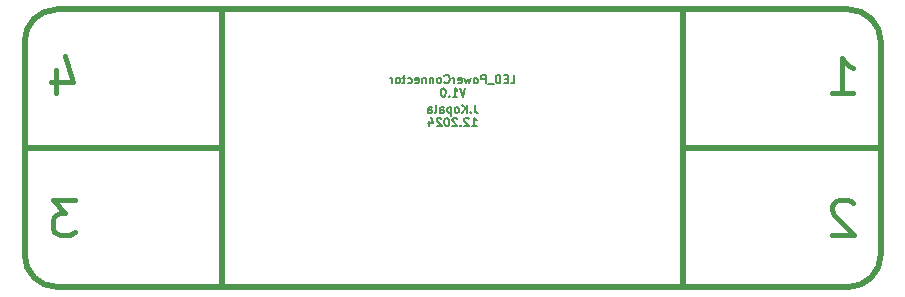
<source format=gbr>
%TF.GenerationSoftware,KiCad,Pcbnew,8.0.5*%
%TF.CreationDate,2024-12-30T19:02:22+01:00*%
%TF.ProjectId,ledPowerConnector,6c656450-6f77-4657-9243-6f6e6e656374,rev?*%
%TF.SameCoordinates,Original*%
%TF.FileFunction,Legend,Bot*%
%TF.FilePolarity,Positive*%
%FSLAX46Y46*%
G04 Gerber Fmt 4.6, Leading zero omitted, Abs format (unit mm)*
G04 Created by KiCad (PCBNEW 8.0.5) date 2024-12-30 19:02:22*
%MOMM*%
%LPD*%
G01*
G04 APERTURE LIST*
%ADD10C,0.500000*%
%ADD11C,0.450000*%
%ADD12C,0.150000*%
G04 APERTURE END LIST*
D10*
X112250000Y-96000000D02*
G75*
G02*
X115000000Y-93250000I2750000J0D01*
G01*
X129000000Y-93250000D02*
X129000000Y-116750000D01*
X184750000Y-105004000D02*
X168000000Y-105004000D01*
X184750000Y-114000000D02*
G75*
G02*
X182000000Y-116750000I-2750000J0D01*
G01*
X115000000Y-116750000D02*
X129000000Y-116750000D01*
X168000000Y-116750000D02*
X182000000Y-116750000D01*
X184750000Y-114000000D02*
X184750000Y-105000000D01*
X115000000Y-116750000D02*
G75*
G02*
X112250000Y-114000000I0J2750000D01*
G01*
X182000000Y-93250000D02*
G75*
G02*
X184750000Y-96000000I0J-2750000D01*
G01*
X112250000Y-105000000D02*
X112250000Y-96000000D01*
X129000000Y-116750000D02*
X168000000Y-116750000D01*
X129000000Y-93250000D02*
X115000000Y-93250000D01*
X129000000Y-105004000D02*
X112250000Y-105004000D01*
X168000000Y-93250000D02*
X182000000Y-93250000D01*
X112250000Y-105000000D02*
X112250000Y-114000000D01*
X184750000Y-96000000D02*
X184750000Y-105000000D01*
X168000000Y-93250000D02*
X168000000Y-116750000D01*
X129000000Y-93250000D02*
X168000000Y-93250000D01*
D11*
X180642856Y-100364457D02*
X182357142Y-100364457D01*
X181499999Y-100364457D02*
X181499999Y-97364457D01*
X181499999Y-97364457D02*
X181785713Y-97793028D01*
X181785713Y-97793028D02*
X182071428Y-98078742D01*
X182071428Y-98078742D02*
X182357142Y-98221600D01*
D12*
X153399998Y-99502553D02*
X153733331Y-99502553D01*
X153733331Y-99502553D02*
X153733331Y-98802553D01*
X153166664Y-99135886D02*
X152933331Y-99135886D01*
X152833331Y-99502553D02*
X153166664Y-99502553D01*
X153166664Y-99502553D02*
X153166664Y-98802553D01*
X153166664Y-98802553D02*
X152833331Y-98802553D01*
X152533331Y-99502553D02*
X152533331Y-98802553D01*
X152533331Y-98802553D02*
X152366664Y-98802553D01*
X152366664Y-98802553D02*
X152266664Y-98835886D01*
X152266664Y-98835886D02*
X152199998Y-98902553D01*
X152199998Y-98902553D02*
X152166664Y-98969220D01*
X152166664Y-98969220D02*
X152133331Y-99102553D01*
X152133331Y-99102553D02*
X152133331Y-99202553D01*
X152133331Y-99202553D02*
X152166664Y-99335886D01*
X152166664Y-99335886D02*
X152199998Y-99402553D01*
X152199998Y-99402553D02*
X152266664Y-99469220D01*
X152266664Y-99469220D02*
X152366664Y-99502553D01*
X152366664Y-99502553D02*
X152533331Y-99502553D01*
X151999998Y-99569220D02*
X151466664Y-99569220D01*
X151299998Y-99502553D02*
X151299998Y-98802553D01*
X151299998Y-98802553D02*
X151033331Y-98802553D01*
X151033331Y-98802553D02*
X150966665Y-98835886D01*
X150966665Y-98835886D02*
X150933331Y-98869220D01*
X150933331Y-98869220D02*
X150899998Y-98935886D01*
X150899998Y-98935886D02*
X150899998Y-99035886D01*
X150899998Y-99035886D02*
X150933331Y-99102553D01*
X150933331Y-99102553D02*
X150966665Y-99135886D01*
X150966665Y-99135886D02*
X151033331Y-99169220D01*
X151033331Y-99169220D02*
X151299998Y-99169220D01*
X150499998Y-99502553D02*
X150566665Y-99469220D01*
X150566665Y-99469220D02*
X150599998Y-99435886D01*
X150599998Y-99435886D02*
X150633331Y-99369220D01*
X150633331Y-99369220D02*
X150633331Y-99169220D01*
X150633331Y-99169220D02*
X150599998Y-99102553D01*
X150599998Y-99102553D02*
X150566665Y-99069220D01*
X150566665Y-99069220D02*
X150499998Y-99035886D01*
X150499998Y-99035886D02*
X150399998Y-99035886D01*
X150399998Y-99035886D02*
X150333331Y-99069220D01*
X150333331Y-99069220D02*
X150299998Y-99102553D01*
X150299998Y-99102553D02*
X150266665Y-99169220D01*
X150266665Y-99169220D02*
X150266665Y-99369220D01*
X150266665Y-99369220D02*
X150299998Y-99435886D01*
X150299998Y-99435886D02*
X150333331Y-99469220D01*
X150333331Y-99469220D02*
X150399998Y-99502553D01*
X150399998Y-99502553D02*
X150499998Y-99502553D01*
X150033332Y-99035886D02*
X149899998Y-99502553D01*
X149899998Y-99502553D02*
X149766665Y-99169220D01*
X149766665Y-99169220D02*
X149633332Y-99502553D01*
X149633332Y-99502553D02*
X149499998Y-99035886D01*
X148966665Y-99469220D02*
X149033332Y-99502553D01*
X149033332Y-99502553D02*
X149166665Y-99502553D01*
X149166665Y-99502553D02*
X149233332Y-99469220D01*
X149233332Y-99469220D02*
X149266665Y-99402553D01*
X149266665Y-99402553D02*
X149266665Y-99135886D01*
X149266665Y-99135886D02*
X149233332Y-99069220D01*
X149233332Y-99069220D02*
X149166665Y-99035886D01*
X149166665Y-99035886D02*
X149033332Y-99035886D01*
X149033332Y-99035886D02*
X148966665Y-99069220D01*
X148966665Y-99069220D02*
X148933332Y-99135886D01*
X148933332Y-99135886D02*
X148933332Y-99202553D01*
X148933332Y-99202553D02*
X149266665Y-99269220D01*
X148633332Y-99502553D02*
X148633332Y-99035886D01*
X148633332Y-99169220D02*
X148599999Y-99102553D01*
X148599999Y-99102553D02*
X148566665Y-99069220D01*
X148566665Y-99069220D02*
X148499999Y-99035886D01*
X148499999Y-99035886D02*
X148433332Y-99035886D01*
X147799999Y-99435886D02*
X147833332Y-99469220D01*
X147833332Y-99469220D02*
X147933332Y-99502553D01*
X147933332Y-99502553D02*
X147999999Y-99502553D01*
X147999999Y-99502553D02*
X148099999Y-99469220D01*
X148099999Y-99469220D02*
X148166666Y-99402553D01*
X148166666Y-99402553D02*
X148199999Y-99335886D01*
X148199999Y-99335886D02*
X148233332Y-99202553D01*
X148233332Y-99202553D02*
X148233332Y-99102553D01*
X148233332Y-99102553D02*
X148199999Y-98969220D01*
X148199999Y-98969220D02*
X148166666Y-98902553D01*
X148166666Y-98902553D02*
X148099999Y-98835886D01*
X148099999Y-98835886D02*
X147999999Y-98802553D01*
X147999999Y-98802553D02*
X147933332Y-98802553D01*
X147933332Y-98802553D02*
X147833332Y-98835886D01*
X147833332Y-98835886D02*
X147799999Y-98869220D01*
X147399999Y-99502553D02*
X147466666Y-99469220D01*
X147466666Y-99469220D02*
X147499999Y-99435886D01*
X147499999Y-99435886D02*
X147533332Y-99369220D01*
X147533332Y-99369220D02*
X147533332Y-99169220D01*
X147533332Y-99169220D02*
X147499999Y-99102553D01*
X147499999Y-99102553D02*
X147466666Y-99069220D01*
X147466666Y-99069220D02*
X147399999Y-99035886D01*
X147399999Y-99035886D02*
X147299999Y-99035886D01*
X147299999Y-99035886D02*
X147233332Y-99069220D01*
X147233332Y-99069220D02*
X147199999Y-99102553D01*
X147199999Y-99102553D02*
X147166666Y-99169220D01*
X147166666Y-99169220D02*
X147166666Y-99369220D01*
X147166666Y-99369220D02*
X147199999Y-99435886D01*
X147199999Y-99435886D02*
X147233332Y-99469220D01*
X147233332Y-99469220D02*
X147299999Y-99502553D01*
X147299999Y-99502553D02*
X147399999Y-99502553D01*
X146866666Y-99035886D02*
X146866666Y-99502553D01*
X146866666Y-99102553D02*
X146833333Y-99069220D01*
X146833333Y-99069220D02*
X146766666Y-99035886D01*
X146766666Y-99035886D02*
X146666666Y-99035886D01*
X146666666Y-99035886D02*
X146599999Y-99069220D01*
X146599999Y-99069220D02*
X146566666Y-99135886D01*
X146566666Y-99135886D02*
X146566666Y-99502553D01*
X146233333Y-99035886D02*
X146233333Y-99502553D01*
X146233333Y-99102553D02*
X146200000Y-99069220D01*
X146200000Y-99069220D02*
X146133333Y-99035886D01*
X146133333Y-99035886D02*
X146033333Y-99035886D01*
X146033333Y-99035886D02*
X145966666Y-99069220D01*
X145966666Y-99069220D02*
X145933333Y-99135886D01*
X145933333Y-99135886D02*
X145933333Y-99502553D01*
X145333333Y-99469220D02*
X145400000Y-99502553D01*
X145400000Y-99502553D02*
X145533333Y-99502553D01*
X145533333Y-99502553D02*
X145600000Y-99469220D01*
X145600000Y-99469220D02*
X145633333Y-99402553D01*
X145633333Y-99402553D02*
X145633333Y-99135886D01*
X145633333Y-99135886D02*
X145600000Y-99069220D01*
X145600000Y-99069220D02*
X145533333Y-99035886D01*
X145533333Y-99035886D02*
X145400000Y-99035886D01*
X145400000Y-99035886D02*
X145333333Y-99069220D01*
X145333333Y-99069220D02*
X145300000Y-99135886D01*
X145300000Y-99135886D02*
X145300000Y-99202553D01*
X145300000Y-99202553D02*
X145633333Y-99269220D01*
X144700000Y-99469220D02*
X144766667Y-99502553D01*
X144766667Y-99502553D02*
X144900000Y-99502553D01*
X144900000Y-99502553D02*
X144966667Y-99469220D01*
X144966667Y-99469220D02*
X145000000Y-99435886D01*
X145000000Y-99435886D02*
X145033333Y-99369220D01*
X145033333Y-99369220D02*
X145033333Y-99169220D01*
X145033333Y-99169220D02*
X145000000Y-99102553D01*
X145000000Y-99102553D02*
X144966667Y-99069220D01*
X144966667Y-99069220D02*
X144900000Y-99035886D01*
X144900000Y-99035886D02*
X144766667Y-99035886D01*
X144766667Y-99035886D02*
X144700000Y-99069220D01*
X144500000Y-99035886D02*
X144233333Y-99035886D01*
X144400000Y-98802553D02*
X144400000Y-99402553D01*
X144400000Y-99402553D02*
X144366667Y-99469220D01*
X144366667Y-99469220D02*
X144300000Y-99502553D01*
X144300000Y-99502553D02*
X144233333Y-99502553D01*
X143900000Y-99502553D02*
X143966667Y-99469220D01*
X143966667Y-99469220D02*
X144000000Y-99435886D01*
X144000000Y-99435886D02*
X144033333Y-99369220D01*
X144033333Y-99369220D02*
X144033333Y-99169220D01*
X144033333Y-99169220D02*
X144000000Y-99102553D01*
X144000000Y-99102553D02*
X143966667Y-99069220D01*
X143966667Y-99069220D02*
X143900000Y-99035886D01*
X143900000Y-99035886D02*
X143800000Y-99035886D01*
X143800000Y-99035886D02*
X143733333Y-99069220D01*
X143733333Y-99069220D02*
X143700000Y-99102553D01*
X143700000Y-99102553D02*
X143666667Y-99169220D01*
X143666667Y-99169220D02*
X143666667Y-99369220D01*
X143666667Y-99369220D02*
X143700000Y-99435886D01*
X143700000Y-99435886D02*
X143733333Y-99469220D01*
X143733333Y-99469220D02*
X143800000Y-99502553D01*
X143800000Y-99502553D02*
X143900000Y-99502553D01*
X143366667Y-99502553D02*
X143366667Y-99035886D01*
X143366667Y-99169220D02*
X143333334Y-99102553D01*
X143333334Y-99102553D02*
X143300000Y-99069220D01*
X143300000Y-99069220D02*
X143233334Y-99035886D01*
X143233334Y-99035886D02*
X143166667Y-99035886D01*
X149566666Y-99929514D02*
X149333333Y-100629514D01*
X149333333Y-100629514D02*
X149099999Y-99929514D01*
X148499999Y-100629514D02*
X148899999Y-100629514D01*
X148699999Y-100629514D02*
X148699999Y-99929514D01*
X148699999Y-99929514D02*
X148766666Y-100029514D01*
X148766666Y-100029514D02*
X148833333Y-100096181D01*
X148833333Y-100096181D02*
X148899999Y-100129514D01*
X148199999Y-100562847D02*
X148166666Y-100596181D01*
X148166666Y-100596181D02*
X148199999Y-100629514D01*
X148199999Y-100629514D02*
X148233332Y-100596181D01*
X148233332Y-100596181D02*
X148199999Y-100562847D01*
X148199999Y-100562847D02*
X148199999Y-100629514D01*
X147733333Y-99929514D02*
X147666666Y-99929514D01*
X147666666Y-99929514D02*
X147599999Y-99962847D01*
X147599999Y-99962847D02*
X147566666Y-99996181D01*
X147566666Y-99996181D02*
X147533333Y-100062847D01*
X147533333Y-100062847D02*
X147499999Y-100196181D01*
X147499999Y-100196181D02*
X147499999Y-100362847D01*
X147499999Y-100362847D02*
X147533333Y-100496181D01*
X147533333Y-100496181D02*
X147566666Y-100562847D01*
X147566666Y-100562847D02*
X147599999Y-100596181D01*
X147599999Y-100596181D02*
X147666666Y-100629514D01*
X147666666Y-100629514D02*
X147733333Y-100629514D01*
X147733333Y-100629514D02*
X147799999Y-100596181D01*
X147799999Y-100596181D02*
X147833333Y-100562847D01*
X147833333Y-100562847D02*
X147866666Y-100496181D01*
X147866666Y-100496181D02*
X147899999Y-100362847D01*
X147899999Y-100362847D02*
X147899999Y-100196181D01*
X147899999Y-100196181D02*
X147866666Y-100062847D01*
X147866666Y-100062847D02*
X147833333Y-99996181D01*
X147833333Y-99996181D02*
X147799999Y-99962847D01*
X147799999Y-99962847D02*
X147733333Y-99929514D01*
D11*
X182357142Y-109650171D02*
X182214285Y-109507314D01*
X182214285Y-109507314D02*
X181928571Y-109364457D01*
X181928571Y-109364457D02*
X181214285Y-109364457D01*
X181214285Y-109364457D02*
X180928571Y-109507314D01*
X180928571Y-109507314D02*
X180785713Y-109650171D01*
X180785713Y-109650171D02*
X180642856Y-109935885D01*
X180642856Y-109935885D02*
X180642856Y-110221600D01*
X180642856Y-110221600D02*
X180785713Y-110650171D01*
X180785713Y-110650171D02*
X182499999Y-112364457D01*
X182499999Y-112364457D02*
X180642856Y-112364457D01*
D12*
X150366665Y-101302553D02*
X150366665Y-101802553D01*
X150366665Y-101802553D02*
X150399998Y-101902553D01*
X150399998Y-101902553D02*
X150466665Y-101969220D01*
X150466665Y-101969220D02*
X150566665Y-102002553D01*
X150566665Y-102002553D02*
X150633332Y-102002553D01*
X150033332Y-101935886D02*
X149999999Y-101969220D01*
X149999999Y-101969220D02*
X150033332Y-102002553D01*
X150033332Y-102002553D02*
X150066665Y-101969220D01*
X150066665Y-101969220D02*
X150033332Y-101935886D01*
X150033332Y-101935886D02*
X150033332Y-102002553D01*
X149699999Y-102002553D02*
X149699999Y-101302553D01*
X149299999Y-102002553D02*
X149599999Y-101602553D01*
X149299999Y-101302553D02*
X149699999Y-101702553D01*
X148899999Y-102002553D02*
X148966666Y-101969220D01*
X148966666Y-101969220D02*
X148999999Y-101935886D01*
X148999999Y-101935886D02*
X149033332Y-101869220D01*
X149033332Y-101869220D02*
X149033332Y-101669220D01*
X149033332Y-101669220D02*
X148999999Y-101602553D01*
X148999999Y-101602553D02*
X148966666Y-101569220D01*
X148966666Y-101569220D02*
X148899999Y-101535886D01*
X148899999Y-101535886D02*
X148799999Y-101535886D01*
X148799999Y-101535886D02*
X148733332Y-101569220D01*
X148733332Y-101569220D02*
X148699999Y-101602553D01*
X148699999Y-101602553D02*
X148666666Y-101669220D01*
X148666666Y-101669220D02*
X148666666Y-101869220D01*
X148666666Y-101869220D02*
X148699999Y-101935886D01*
X148699999Y-101935886D02*
X148733332Y-101969220D01*
X148733332Y-101969220D02*
X148799999Y-102002553D01*
X148799999Y-102002553D02*
X148899999Y-102002553D01*
X148366666Y-101535886D02*
X148366666Y-102235886D01*
X148366666Y-101569220D02*
X148299999Y-101535886D01*
X148299999Y-101535886D02*
X148166666Y-101535886D01*
X148166666Y-101535886D02*
X148099999Y-101569220D01*
X148099999Y-101569220D02*
X148066666Y-101602553D01*
X148066666Y-101602553D02*
X148033333Y-101669220D01*
X148033333Y-101669220D02*
X148033333Y-101869220D01*
X148033333Y-101869220D02*
X148066666Y-101935886D01*
X148066666Y-101935886D02*
X148099999Y-101969220D01*
X148099999Y-101969220D02*
X148166666Y-102002553D01*
X148166666Y-102002553D02*
X148299999Y-102002553D01*
X148299999Y-102002553D02*
X148366666Y-101969220D01*
X147433333Y-102002553D02*
X147433333Y-101635886D01*
X147433333Y-101635886D02*
X147466666Y-101569220D01*
X147466666Y-101569220D02*
X147533333Y-101535886D01*
X147533333Y-101535886D02*
X147666666Y-101535886D01*
X147666666Y-101535886D02*
X147733333Y-101569220D01*
X147433333Y-101969220D02*
X147500000Y-102002553D01*
X147500000Y-102002553D02*
X147666666Y-102002553D01*
X147666666Y-102002553D02*
X147733333Y-101969220D01*
X147733333Y-101969220D02*
X147766666Y-101902553D01*
X147766666Y-101902553D02*
X147766666Y-101835886D01*
X147766666Y-101835886D02*
X147733333Y-101769220D01*
X147733333Y-101769220D02*
X147666666Y-101735886D01*
X147666666Y-101735886D02*
X147500000Y-101735886D01*
X147500000Y-101735886D02*
X147433333Y-101702553D01*
X147000000Y-102002553D02*
X147066667Y-101969220D01*
X147066667Y-101969220D02*
X147100000Y-101902553D01*
X147100000Y-101902553D02*
X147100000Y-101302553D01*
X146433333Y-102002553D02*
X146433333Y-101635886D01*
X146433333Y-101635886D02*
X146466666Y-101569220D01*
X146466666Y-101569220D02*
X146533333Y-101535886D01*
X146533333Y-101535886D02*
X146666666Y-101535886D01*
X146666666Y-101535886D02*
X146733333Y-101569220D01*
X146433333Y-101969220D02*
X146500000Y-102002553D01*
X146500000Y-102002553D02*
X146666666Y-102002553D01*
X146666666Y-102002553D02*
X146733333Y-101969220D01*
X146733333Y-101969220D02*
X146766666Y-101902553D01*
X146766666Y-101902553D02*
X146766666Y-101835886D01*
X146766666Y-101835886D02*
X146733333Y-101769220D01*
X146733333Y-101769220D02*
X146666666Y-101735886D01*
X146666666Y-101735886D02*
X146500000Y-101735886D01*
X146500000Y-101735886D02*
X146433333Y-101702553D01*
X150133333Y-103129514D02*
X150533333Y-103129514D01*
X150333333Y-103129514D02*
X150333333Y-102429514D01*
X150333333Y-102429514D02*
X150400000Y-102529514D01*
X150400000Y-102529514D02*
X150466667Y-102596181D01*
X150466667Y-102596181D02*
X150533333Y-102629514D01*
X149866666Y-102496181D02*
X149833333Y-102462847D01*
X149833333Y-102462847D02*
X149766666Y-102429514D01*
X149766666Y-102429514D02*
X149600000Y-102429514D01*
X149600000Y-102429514D02*
X149533333Y-102462847D01*
X149533333Y-102462847D02*
X149500000Y-102496181D01*
X149500000Y-102496181D02*
X149466666Y-102562847D01*
X149466666Y-102562847D02*
X149466666Y-102629514D01*
X149466666Y-102629514D02*
X149500000Y-102729514D01*
X149500000Y-102729514D02*
X149900000Y-103129514D01*
X149900000Y-103129514D02*
X149466666Y-103129514D01*
X149166666Y-103062847D02*
X149133333Y-103096181D01*
X149133333Y-103096181D02*
X149166666Y-103129514D01*
X149166666Y-103129514D02*
X149199999Y-103096181D01*
X149199999Y-103096181D02*
X149166666Y-103062847D01*
X149166666Y-103062847D02*
X149166666Y-103129514D01*
X148866666Y-102496181D02*
X148833333Y-102462847D01*
X148833333Y-102462847D02*
X148766666Y-102429514D01*
X148766666Y-102429514D02*
X148600000Y-102429514D01*
X148600000Y-102429514D02*
X148533333Y-102462847D01*
X148533333Y-102462847D02*
X148500000Y-102496181D01*
X148500000Y-102496181D02*
X148466666Y-102562847D01*
X148466666Y-102562847D02*
X148466666Y-102629514D01*
X148466666Y-102629514D02*
X148500000Y-102729514D01*
X148500000Y-102729514D02*
X148900000Y-103129514D01*
X148900000Y-103129514D02*
X148466666Y-103129514D01*
X148033333Y-102429514D02*
X147966666Y-102429514D01*
X147966666Y-102429514D02*
X147899999Y-102462847D01*
X147899999Y-102462847D02*
X147866666Y-102496181D01*
X147866666Y-102496181D02*
X147833333Y-102562847D01*
X147833333Y-102562847D02*
X147799999Y-102696181D01*
X147799999Y-102696181D02*
X147799999Y-102862847D01*
X147799999Y-102862847D02*
X147833333Y-102996181D01*
X147833333Y-102996181D02*
X147866666Y-103062847D01*
X147866666Y-103062847D02*
X147899999Y-103096181D01*
X147899999Y-103096181D02*
X147966666Y-103129514D01*
X147966666Y-103129514D02*
X148033333Y-103129514D01*
X148033333Y-103129514D02*
X148099999Y-103096181D01*
X148099999Y-103096181D02*
X148133333Y-103062847D01*
X148133333Y-103062847D02*
X148166666Y-102996181D01*
X148166666Y-102996181D02*
X148199999Y-102862847D01*
X148199999Y-102862847D02*
X148199999Y-102696181D01*
X148199999Y-102696181D02*
X148166666Y-102562847D01*
X148166666Y-102562847D02*
X148133333Y-102496181D01*
X148133333Y-102496181D02*
X148099999Y-102462847D01*
X148099999Y-102462847D02*
X148033333Y-102429514D01*
X147533332Y-102496181D02*
X147499999Y-102462847D01*
X147499999Y-102462847D02*
X147433332Y-102429514D01*
X147433332Y-102429514D02*
X147266666Y-102429514D01*
X147266666Y-102429514D02*
X147199999Y-102462847D01*
X147199999Y-102462847D02*
X147166666Y-102496181D01*
X147166666Y-102496181D02*
X147133332Y-102562847D01*
X147133332Y-102562847D02*
X147133332Y-102629514D01*
X147133332Y-102629514D02*
X147166666Y-102729514D01*
X147166666Y-102729514D02*
X147566666Y-103129514D01*
X147566666Y-103129514D02*
X147133332Y-103129514D01*
X146533332Y-102662847D02*
X146533332Y-103129514D01*
X146699999Y-102396181D02*
X146866665Y-102896181D01*
X146866665Y-102896181D02*
X146433332Y-102896181D01*
D11*
X116499999Y-109364457D02*
X114642856Y-109364457D01*
X114642856Y-109364457D02*
X115642856Y-110507314D01*
X115642856Y-110507314D02*
X115214285Y-110507314D01*
X115214285Y-110507314D02*
X114928571Y-110650171D01*
X114928571Y-110650171D02*
X114785713Y-110793028D01*
X114785713Y-110793028D02*
X114642856Y-111078742D01*
X114642856Y-111078742D02*
X114642856Y-111793028D01*
X114642856Y-111793028D02*
X114785713Y-112078742D01*
X114785713Y-112078742D02*
X114928571Y-112221600D01*
X114928571Y-112221600D02*
X115214285Y-112364457D01*
X115214285Y-112364457D02*
X116071428Y-112364457D01*
X116071428Y-112364457D02*
X116357142Y-112221600D01*
X116357142Y-112221600D02*
X116499999Y-112078742D01*
X114928571Y-98364457D02*
X114928571Y-100364457D01*
X115642856Y-97221600D02*
X116357142Y-99364457D01*
X116357142Y-99364457D02*
X114499999Y-99364457D01*
M02*

</source>
